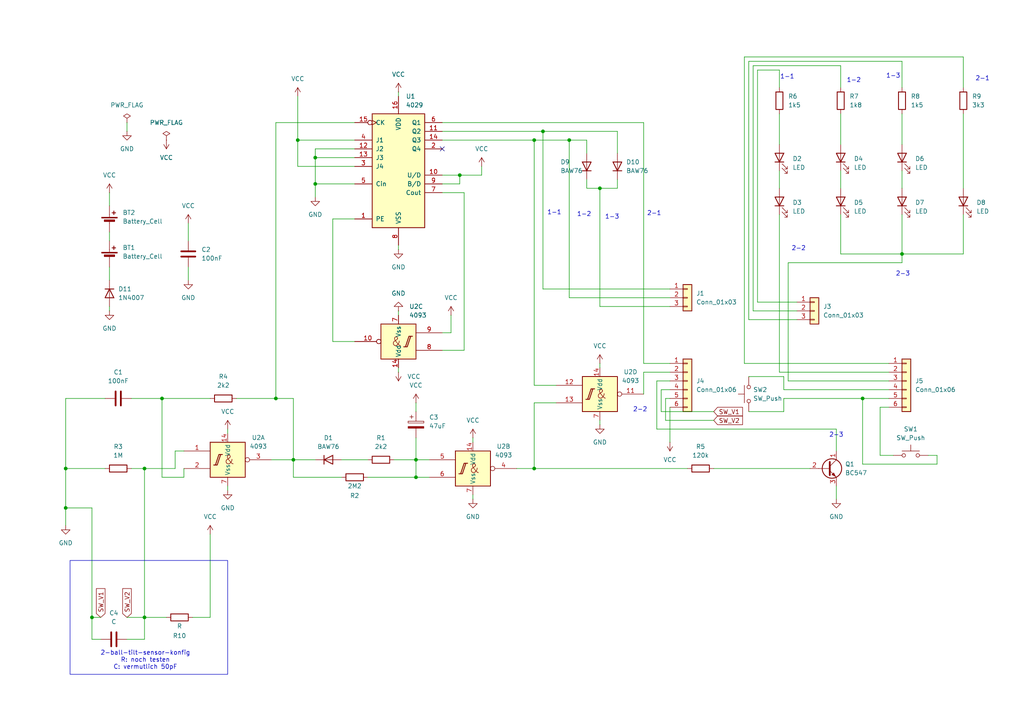
<source format=kicad_sch>
(kicad_sch (version 20250114) (generator "eeschema") (generator_version "9.0")
  (paper "A4")
  (lib_symbols
    (symbol "4xxx:4029" (pin_names (offset 1.016))
      (property "Reference" "U" (at -7.62 16.51 0))
      (property "Value" "4029" (at -7.62 -19.05 0))
      (symbol "4029_1_0"
        (pin input inverted_clock (at -12.7 12.7 0) (length 5.08) (name "CK") (number "15"))
        (pin input line (at -12.7 7.62 0) (length 5.08) (name "J1") (number "4"))
        (pin input line (at -12.7 5.08 0) (length 5.08) (name "J2") (number "12"))
        (pin input line (at -12.7 2.54 0) (length 5.08) (name "J3") (number "13"))
        (pin input line (at -12.7 0 0) (length 5.08) (name "J4") (number "3"))
        (pin input line (at -12.7 -5.08 0) (length 5.08) (name "Cin") (number "5"))
        (pin input line (at -12.7 -15.24 0) (length 5.08) (name "PE") (number "1"))
        (pin power_in line (at 0 20.32 270) (length 5.08) (name "VDD") (number "16"))
        (pin power_in line (at 0 -22.86 90) (length 5.08) (name "VSS") (number "8"))
        (pin output line (at 12.7 12.7 180) (length 5.08) (name "Q1") (number "6"))
        (pin output line (at 12.7 10.16 180) (length 5.08) (name "Q2") (number "11"))
        (pin output line (at 12.7 7.62 180) (length 5.08) (name "Q3") (number "14"))
        (pin output line (at 12.7 5.08 180) (length 5.08) (name "Q4") (number "2"))
        (pin input line (at 12.7 -2.54 180) (length 5.08) (name "U/D") (number "10"))
        (pin input line (at 12.7 -5.08 180) (length 5.08) (name "B/D") (number "9"))
        (pin output line (at 12.7 -7.62 180) (length 5.08) (name "Cout") (number "7"))
      )
      (symbol "4029_1_1"
        (rectangle (start -7.62 15.24) (end 7.62 -17.78) (stroke (width 0.254)) (fill (type background)))
      )
    )
    (symbol "4xxx_IEEE:4093"
      (property "Reference" "U" (at 3.81 6.35 0))
      (property "Value" "4093" (at 5.08 -6.35 0))
      (symbol "4093_0_0"
        (rectangle (start -5.08 5.08) (end 5.08 -5.08) (stroke (width 0.254)) (fill (type background)))
        (polyline (pts (xy -4.064 -1.524) (xy -3.048 -1.524) (xy -2.032 1.524) (xy -1.524 1.524) (xy -2.54 1.524) (xy -3.556 -1.524) (xy -3.556 -1.524)) (stroke (width 0.254)) (fill (type background)))
        (text "&" (at 0.508 0 0) (effects (font (size 2.54 2.54))))
        (pin power_in line (at 0 7.62 270) (length 2.54) (name "Vdd") (number "14"))
        (pin power_in line (at 0 -7.62 90) (length 2.54) (name "Vss") (number "7"))
      )
      (symbol "4093_1_1"
        (pin input line (at -12.7 2.54 0) (length 7.62) (name "~") (number "1"))
        (pin input line (at -12.7 -2.54 0) (length 7.62) (name "~") (number "2"))
        (pin output inverted (at 12.7 0 180) (length 7.62) (name "~") (number "3"))
      )
      (symbol "4093_2_1"
        (pin input line (at -12.7 2.54 0) (length 7.62) (name "~") (number "5"))
        (pin input line (at -12.7 -2.54 0) (length 7.62) (name "~") (number "6"))
        (pin output inverted (at 12.7 0 180) (length 7.62) (name "~") (number "4"))
      )
      (symbol "4093_3_1"
        (pin input line (at -12.7 2.54 0) (length 7.62) (name "~") (number "8"))
        (pin input line (at -12.7 -2.54 0) (length 7.62) (name "~") (number "9"))
        (pin output inverted (at 12.7 0 180) (length 7.62) (name "~") (number "10"))
      )
      (symbol "4093_4_1"
        (pin input line (at -12.7 2.54 0) (length 7.62) (name "~") (number "12"))
        (pin input line (at -12.7 -2.54 0) (length 7.62) (name "~") (number "13"))
        (pin output inverted (at 12.7 0 180) (length 7.62) (name "~") (number "11"))
      )
    )
    (symbol "Connector_Generic:Conn_01x03" (pin_names (offset 1.016) (hide yes))
      (property "Reference" "J" (at 0 5.08 0))
      (property "Value" "Conn_01x03" (at 0 -5.08 0))
      (symbol "Conn_01x03_1_1"
        (rectangle (start -1.27 3.81) (end 1.27 -3.81) (stroke (width 0.254)) (fill (type background)))
        (rectangle (start -1.27 2.667) (end 0 2.413) (stroke (width 0.1524)))
        (rectangle (start -1.27 0.127) (end 0 -0.127) (stroke (width 0.1524)))
        (rectangle (start -1.27 -2.413) (end 0 -2.667) (stroke (width 0.1524)))
        (pin passive line (at -5.08 2.54 0) (length 3.81) (name "Pin_1") (number "1"))
        (pin passive line (at -5.08 0 0) (length 3.81) (name "Pin_2") (number "2"))
        (pin passive line (at -5.08 -2.54 0) (length 3.81) (name "Pin_3") (number "3"))
      )
    )
    (symbol "Connector_Generic:Conn_01x06" (pin_names (offset 1.016) (hide yes))
      (property "Reference" "J" (at 0 7.62 0))
      (property "Value" "Conn_01x06" (at 0 -10.16 0))
      (symbol "Conn_01x06_1_1"
        (rectangle (start -1.27 6.35) (end 1.27 -8.89) (stroke (width 0.254)) (fill (type background)))
        (rectangle (start -1.27 5.207) (end 0 4.953) (stroke (width 0.1524)))
        (rectangle (start -1.27 2.667) (end 0 2.413) (stroke (width 0.1524)))
        (rectangle (start -1.27 0.127) (end 0 -0.127) (stroke (width 0.1524)))
        (rectangle (start -1.27 -2.413) (end 0 -2.667) (stroke (width 0.1524)))
        (rectangle (start -1.27 -4.953) (end 0 -5.207) (stroke (width 0.1524)))
        (rectangle (start -1.27 -7.493) (end 0 -7.747) (stroke (width 0.1524)))
        (pin passive line (at -5.08 5.08 0) (length 3.81) (name "Pin_1") (number "1"))
        (pin passive line (at -5.08 2.54 0) (length 3.81) (name "Pin_2") (number "2"))
        (pin passive line (at -5.08 0 0) (length 3.81) (name "Pin_3") (number "3"))
        (pin passive line (at -5.08 -2.54 0) (length 3.81) (name "Pin_4") (number "4"))
        (pin passive line (at -5.08 -5.08 0) (length 3.81) (name "Pin_5") (number "5"))
        (pin passive line (at -5.08 -7.62 0) (length 3.81) (name "Pin_6") (number "6"))
      )
    )
    (symbol "Device:Battery_Cell" (pin_numbers (hide yes)) (pin_names (offset 0) (hide yes))
      (property "Reference" "BT" (at 2.54 2.54 0))
      (property "Value" "Battery_Cell" (at 2.54 0 0))
      (symbol "Battery_Cell_0_1"
        (rectangle (start -2.286 1.778) (end 2.286 1.524) (fill (type outline)))
        (rectangle (start -1.524 1.016) (end 1.524 0.508) (fill (type outline)))
        (polyline (pts (xy 0 1.778) (xy 0 2.54)))
        (polyline (pts (xy 0 0.762) (xy 0 0)))
        (polyline (pts (xy 0.762 3.048) (xy 1.778 3.048)) (stroke (width 0.254)))
        (polyline (pts (xy 1.27 3.556) (xy 1.27 2.54)) (stroke (width 0.254)))
      )
      (symbol "Battery_Cell_1_1"
        (pin passive line (at 0 5.08 270) (length 2.54) (name "+") (number "1"))
        (pin passive line (at 0 -2.54 90) (length 2.54) (name "-") (number "2"))
      )
    )
    (symbol "Device:C" (pin_numbers (hide yes)) (pin_names (offset 0.254))
      (property "Reference" "C" (at 0.635 2.54 0))
      (property "Value" "C" (at 0.635 -2.54 0))
      (symbol "C_0_1"
        (polyline (pts (xy -2.032 0.762) (xy 2.032 0.762)) (stroke (width 0.508)))
        (polyline (pts (xy -2.032 -0.762) (xy 2.032 -0.762)) (stroke (width 0.508)))
      )
      (symbol "C_1_1"
        (pin passive line (at 0 3.81 270) (length 2.794) (name "~") (number "1"))
        (pin passive line (at 0 -3.81 90) (length 2.794) (name "~") (number "2"))
      )
    )
    (symbol "Device:C_Polarized" (pin_numbers (hide yes)) (pin_names (offset 0.254))
      (property "Reference" "C" (at 0.635 2.54 0))
      (property "Value" "C_Polarized" (at 0.635 -2.54 0))
      (symbol "C_Polarized_0_1"
        (rectangle (start -2.286 0.508) (end 2.286 1.016))
        (polyline (pts (xy -1.778 2.286) (xy -0.762 2.286)))
        (polyline (pts (xy -1.27 2.794) (xy -1.27 1.778)))
        (rectangle (start 2.286 -0.508) (end -2.286 -1.016) (fill (type outline)))
      )
      (symbol "C_Polarized_1_1"
        (pin passive line (at 0 3.81 270) (length 2.794) (name "~") (number "1"))
        (pin passive line (at 0 -3.81 90) (length 2.794) (name "~") (number "2"))
      )
    )
    (symbol "Device:LED" (pin_numbers (hide yes)) (pin_names (offset 1.016) (hide yes))
      (property "Reference" "D" (at 0 2.54 0))
      (property "Value" "LED" (at 0 -2.54 0))
      (symbol "LED_0_1"
        (polyline (pts (xy -3.048 -0.762) (xy -4.572 -2.286) (xy -3.81 -2.286) (xy -4.572 -2.286) (xy -4.572 -1.524)))
        (polyline (pts (xy -1.778 -0.762) (xy -3.302 -2.286) (xy -2.54 -2.286) (xy -3.302 -2.286) (xy -3.302 -1.524)))
        (polyline (pts (xy -1.27 0) (xy 1.27 0)))
        (polyline (pts (xy -1.27 -1.27) (xy -1.27 1.27)) (stroke (width 0.254)))
        (polyline (pts (xy 1.27 -1.27) (xy 1.27 1.27) (xy -1.27 0) (xy 1.27 -1.27)) (stroke (width 0.254)))
      )
      (symbol "LED_1_1"
        (pin passive line (at -3.81 0 0) (length 2.54) (name "K") (number "1"))
        (pin passive line (at 3.81 0 180) (length 2.54) (name "A") (number "2"))
      )
    )
    (symbol "Device:R" (pin_numbers (hide yes)) (pin_names (offset 0))
      (property "Reference" "R" (at 2.032 0 90))
      (property "Value" "R" (at 0 0 90))
      (symbol "R_0_1"
        (rectangle (start -1.016 -2.54) (end 1.016 2.54) (stroke (width 0.254)))
      )
      (symbol "R_1_1"
        (pin passive line (at 0 3.81 270) (length 1.27) (name "~") (number "1"))
        (pin passive line (at 0 -3.81 90) (length 1.27) (name "~") (number "2"))
      )
    )
    (symbol "Diode:1N4007" (pin_numbers (hide yes)) (pin_names (hide yes))
      (property "Reference" "D" (at 0 2.54 0))
      (property "Value" "1N4007" (at 0 -2.54 0))
      (symbol "1N4007_0_1"
        (polyline (pts (xy -1.27 1.27) (xy -1.27 -1.27)) (stroke (width 0.254)))
        (polyline (pts (xy 1.27 1.27) (xy 1.27 -1.27) (xy -1.27 0) (xy 1.27 1.27)) (stroke (width 0.254)))
        (polyline (pts (xy 1.27 0) (xy -1.27 0)))
      )
      (symbol "1N4007_1_1"
        (pin passive line (at -3.81 0 0) (length 2.54) (name "K") (number "1"))
        (pin passive line (at 3.81 0 180) (length 2.54) (name "A") (number "2"))
      )
    )
    (symbol "Diode:BAW76" (pin_numbers (hide yes)) (pin_names (hide yes))
      (property "Reference" "D" (at 0 2.54 0))
      (property "Value" "BAW76" (at 0 -2.54 0))
      (symbol "BAW76_0_1"
        (polyline (pts (xy -1.27 1.27) (xy -1.27 -1.27)) (stroke (width 0.254)))
        (polyline (pts (xy 1.27 1.27) (xy 1.27 -1.27) (xy -1.27 0) (xy 1.27 1.27)) (stroke (width 0.254)))
        (polyline (pts (xy 1.27 0) (xy -1.27 0)))
      )
      (symbol "BAW76_1_1"
        (pin passive line (at -3.81 0 0) (length 2.54) (name "K") (number "1"))
        (pin passive line (at 3.81 0 180) (length 2.54) (name "A") (number "2"))
      )
    )
    (symbol "Switch:SW_Push" (pin_numbers (hide yes)) (pin_names (offset 1.016) (hide yes))
      (property "Reference" "SW" (at 1.27 2.54 0))
      (property "Value" "SW_Push" (at 0 -1.524 0))
      (symbol "SW_Push_0_1"
        (circle (center -2.032 0) (radius 0.508))
        (polyline (pts (xy 0 1.27) (xy 0 3.048)))
        (circle (center 2.032 0) (radius 0.508))
        (polyline (pts (xy 2.54 1.27) (xy -2.54 1.27)))
        (pin passive line (at -5.08 0 0) (length 2.54) (name "1") (number "1"))
        (pin passive line (at 5.08 0 180) (length 2.54) (name "2") (number "2"))
      )
    )
    (symbol "Transistor_BJT:BC547" (pin_names (offset 0) (hide yes))
      (property "Reference" "Q" (at 5.08 1.905 0))
      (property "Value" "BC547" (at 5.08 0 0))
      (symbol "BC547_0_1"
        (polyline (pts (xy -2.54 0) (xy 0.635 0)))
        (polyline (pts (xy 0.635 1.905) (xy 0.635 -1.905)) (stroke (width 0.508)))
        (circle (center 1.27 0) (radius 2.8194) (stroke (width 0.254)))
      )
      (symbol "BC547_1_1"
        (polyline (pts (xy 0.635 0.635) (xy 2.54 2.54)))
        (polyline (pts (xy 0.635 -0.635) (xy 2.54 -2.54)))
        (polyline (pts (xy 1.27 -1.778) (xy 1.778 -1.27) (xy 2.286 -2.286) (xy 1.27 -1.778)) (fill (type outline)))
        (pin input line (at -5.08 0 0) (length 2.54) (name "B") (number "2"))
        (pin passive line (at 2.54 5.08 270) (length 2.54) (name "C") (number "1"))
        (pin passive line (at 2.54 -5.08 90) (length 2.54) (name "E") (number "3"))
      )
    )
    (symbol "power:GND" (power) (pin_numbers (hide yes)) (pin_names (offset 0) (hide yes))
      (property "Value" "GND" (at 0 -3.81 0))
      (symbol "GND_0_1"
        (polyline (pts (xy 0 0) (xy 0 -1.27) (xy 1.27 -1.27) (xy 0 -2.54) (xy -1.27 -1.27) (xy 0 -1.27)))
      )
      (symbol "GND_1_1"
        (pin power_in line (at 0 0 270) (length 0) (name "~") (number "1"))
      )
    )
    (symbol "power:PWR_FLAG" (power) (pin_numbers (hide yes)) (pin_names (offset 0) (hide yes))
      (property "Value" "PWR_FLAG" (at 0 3.81 0))
      (symbol "PWR_FLAG_0_0"
        (pin power_out line (at 0 0 90) (length 0) (name "~") (number "1"))
      )
      (symbol "PWR_FLAG_0_1"
        (polyline (pts (xy 0 0) (xy 0 1.27) (xy -1.016 1.905) (xy 0 2.54) (xy 1.016 1.905) (xy 0 1.27)))
      )
    )
    (symbol "power:VCC" (power) (pin_numbers (hide yes)) (pin_names (offset 0) (hide yes))
      (property "Value" "VCC" (at 0 3.556 0))
      (symbol "VCC_0_1"
        (polyline (pts (xy -0.762 1.27) (xy 0 2.54)))
        (polyline (pts (xy 0 2.54) (xy 0.762 1.27)))
        (polyline (pts (xy 0 0) (xy 0 2.54)))
      )
      (symbol "VCC_1_1"
        (pin power_in line (at 0 0 90) (length 0) (name "~") (number "1"))
      )
    )
  )
  (rectangle (start 20.32 162.56) (end 66.04 195.58))
  (text "1-1" (at 228.346 22.352 0) (effects (font (size 1.27 1.27))))
  (text "2-1" (at 284.988 22.86 0) (effects (font (size 1.27 1.27))))
  (text "2-2" (at 185.674 118.872 0) (effects (font (size 1.27 1.27))))
  (text "1-3" (at 177.546 62.992 0) (effects (font (size 1.27 1.27))))
  (text "2-ball-tilt-sensor-konfig\nR: noch testen\nC: vermutlich 50pF" (at 42.164 191.516 0) (effects (font (size 1.27 1.27))))
  (text "1-2" (at 169.418 62.23 0) (effects (font (size 1.27 1.27))))
  (text "2-1" (at 189.738 61.976 0) (effects (font (size 1.27 1.27))))
  (text "1-1" (at 160.782 61.722 0) (effects (font (size 1.27 1.27))))
  (text "1-2" (at 247.65 23.368 0) (effects (font (size 1.27 1.27))))
  (text "2-3" (at 261.874 79.502 0) (effects (font (size 1.27 1.27))))
  (text "2-2" (at 231.648 72.136 0) (effects (font (size 1.27 1.27))))
  (text "2-3" (at 242.57 126.238 0) (effects (font (size 1.27 1.27))))
  (text "1-3" (at 259.08 22.098 0) (effects (font (size 1.27 1.27))))
  (junction (at 91.44 45.72))
  (junction (at 46.99 115.57))
  (junction (at 26.67 179.07))
  (junction (at 19.05 147.32))
  (junction (at 91.44 53.34))
  (junction (at 165.1 40.64))
  (junction (at 85.09 133.35))
  (junction (at 41.91 179.07))
  (junction (at 261.62 73.66))
  (junction (at 120.65 133.35))
  (junction (at 154.94 135.89))
  (junction (at 173.99 54.61))
  (junction (at 133.35 50.8))
  (junction (at 120.65 138.43))
  (junction (at 86.36 40.64))
  (junction (at 19.05 135.89))
  (junction (at 154.94 40.64))
  (junction (at 41.91 135.89))
  (junction (at 250.19 115.57))
  (junction (at 80.01 115.57))
  (junction (at 157.48 38.1))
  (no_connect (at 128.27 43.18))
  (wire (pts (xy 128.27 35.56) (xy 186.69 35.56)))
  (wire (pts (xy 26.67 179.07) (xy 26.67 185.42)))
  (wire (pts (xy 219.71 20.32) (xy 219.71 87.63)))
  (wire (pts (xy 194.31 118.11) (xy 194.31 128.27)))
  (wire (pts (xy 279.4 73.66) (xy 261.62 73.66)))
  (wire (pts (xy 134.62 55.88) (xy 134.62 101.6)))
  (wire (pts (xy 26.67 147.32) (xy 26.67 179.07)))
  (wire (pts (xy 271.78 134.62) (xy 271.78 132.08)))
  (wire (pts (xy 120.65 116.84) (xy 120.65 119.38)))
  (wire (pts (xy 219.71 87.63) (xy 231.14 87.63)))
  (wire (pts (xy 50.8 130.81) (xy 53.34 130.81)))
  (wire (pts (xy 243.84 25.4) (xy 243.84 19.05)))
  (wire (pts (xy 68.58 115.57) (xy 80.01 115.57)))
  (wire (pts (xy 279.4 62.23) (xy 279.4 73.66)))
  (wire (pts (xy 173.99 54.61) (xy 173.99 88.9)))
  (wire (pts (xy 173.99 54.61) (xy 179.07 54.61)))
  (wire (pts (xy 41.91 185.42) (xy 41.91 179.07)))
  (wire (pts (xy 29.21 185.42) (xy 26.67 185.42)))
  (wire (pts (xy 243.84 19.05) (xy 218.44 19.05)))
  (wire (pts (xy 154.94 116.84) (xy 154.94 135.89)))
  (wire (pts (xy 165.1 40.64) (xy 170.18 40.64)))
  (wire (pts (xy 91.44 53.34) (xy 91.44 57.15)))
  (wire (pts (xy 194.31 105.41) (xy 186.69 105.41)))
  (wire (pts (xy 242.57 124.46) (xy 190.5 124.46)))
  (wire (pts (xy 120.65 138.43) (xy 124.46 138.43)))
  (wire (pts (xy 19.05 135.89) (xy 30.48 135.89)))
  (wire (pts (xy 193.04 115.57) (xy 194.31 115.57)))
  (wire (pts (xy 26.67 147.32) (xy 19.05 147.32)))
  (wire (pts (xy 128.27 55.88) (xy 134.62 55.88)))
  (wire (pts (xy 227.33 115.57) (xy 250.19 115.57)))
  (wire (pts (xy 133.35 53.34) (xy 133.35 50.8)))
  (wire (pts (xy 226.06 33.02) (xy 226.06 41.91)))
  (wire (pts (xy 96.52 99.06) (xy 96.52 63.5)))
  (wire (pts (xy 96.52 63.5) (xy 102.87 63.5)))
  (wire (pts (xy 179.07 54.61) (xy 179.07 52.07)))
  (wire (pts (xy 227.33 119.38) (xy 217.17 119.38)))
  (wire (pts (xy 78.74 133.35) (xy 85.09 133.35)))
  (wire (pts (xy 261.62 33.02) (xy 261.62 41.91)))
  (wire (pts (xy 80.01 35.56) (xy 102.87 35.56)))
  (wire (pts (xy 261.62 17.78) (xy 217.17 17.78)))
  (wire (pts (xy 207.01 121.92) (xy 193.04 121.92)))
  (wire (pts (xy 91.44 43.18) (xy 102.87 43.18)))
  (wire (pts (xy 242.57 130.81) (xy 242.57 124.46)))
  (wire (pts (xy 38.1 115.57) (xy 46.99 115.57)))
  (wire (pts (xy 46.99 115.57) (xy 46.99 138.43)))
  (wire (pts (xy 154.94 135.89) (xy 199.39 135.89)))
  (wire (pts (xy 228.6 110.49) (xy 257.81 110.49)))
  (wire (pts (xy 36.83 185.42) (xy 41.91 185.42)))
  (wire (pts (xy 279.4 16.51) (xy 215.9 16.51)))
  (wire (pts (xy 31.75 77.47) (xy 31.75 81.28)))
  (wire (pts (xy 170.18 52.07) (xy 170.18 54.61)))
  (wire (pts (xy 55.88 179.07) (xy 60.96 179.07)))
  (wire (pts (xy 279.4 33.02) (xy 279.4 54.61)))
  (wire (pts (xy 19.05 152.4) (xy 19.05 147.32)))
  (wire (pts (xy 139.7 50.8) (xy 139.7 48.26)))
  (wire (pts (xy 157.48 83.82) (xy 194.31 83.82)))
  (wire (pts (xy 91.44 53.34) (xy 102.87 53.34)))
  (wire (pts (xy 115.57 26.67) (xy 115.57 27.94)))
  (wire (pts (xy 226.06 49.53) (xy 226.06 54.61)))
  (wire (pts (xy 261.62 76.2) (xy 228.6 76.2)))
  (wire (pts (xy 102.87 99.06) (xy 96.52 99.06)))
  (wire (pts (xy 128.27 50.8) (xy 133.35 50.8)))
  (wire (pts (xy 227.33 115.57) (xy 227.33 119.38)))
  (wire (pts (xy 31.75 88.9) (xy 31.75 90.17)))
  (wire (pts (xy 215.9 105.41) (xy 257.81 105.41)))
  (wire (pts (xy 218.44 90.17) (xy 231.14 90.17)))
  (wire (pts (xy 137.16 143.51) (xy 137.16 144.78)))
  (wire (pts (xy 41.91 179.07) (xy 36.83 179.07)))
  (wire (pts (xy 157.48 38.1) (xy 157.48 83.82)))
  (wire (pts (xy 257.81 118.11) (xy 255.27 118.11)))
  (wire (pts (xy 120.65 133.35) (xy 124.46 133.35)))
  (wire (pts (xy 19.05 147.32) (xy 19.05 135.89)))
  (wire (pts (xy 215.9 16.51) (xy 215.9 105.41)))
  (wire (pts (xy 191.77 113.03) (xy 194.31 113.03)))
  (wire (pts (xy 133.35 50.8) (xy 139.7 50.8)))
  (wire (pts (xy 149.86 135.89) (xy 154.94 135.89)))
  (wire (pts (xy 255.27 118.11) (xy 255.27 132.08)))
  (wire (pts (xy 120.65 133.35) (xy 120.65 127)))
  (wire (pts (xy 271.78 132.08) (xy 269.24 132.08)))
  (wire (pts (xy 186.69 35.56) (xy 186.69 105.41)))
  (wire (pts (xy 114.3 133.35) (xy 120.65 133.35)))
  (wire (pts (xy 66.04 140.97) (xy 66.04 142.24)))
  (wire (pts (xy 226.06 20.32) (xy 219.71 20.32)))
  (wire (pts (xy 85.09 115.57) (xy 80.01 115.57)))
  (wire (pts (xy 102.87 48.26) (xy 86.36 48.26)))
  (wire (pts (xy 186.69 114.3) (xy 186.69 107.95)))
  (wire (pts (xy 226.06 62.23) (xy 226.06 107.95)))
  (wire (pts (xy 91.44 45.72) (xy 102.87 45.72)))
  (wire (pts (xy 217.17 17.78) (xy 217.17 92.71)))
  (wire (pts (xy 19.05 115.57) (xy 19.05 135.89)))
  (wire (pts (xy 53.34 138.43) (xy 46.99 138.43)))
  (wire (pts (xy 50.8 135.89) (xy 50.8 130.81)))
  (wire (pts (xy 80.01 115.57) (xy 80.01 35.56)))
  (wire (pts (xy 186.69 107.95) (xy 194.31 107.95)))
  (wire (pts (xy 173.99 105.41) (xy 173.99 106.68)))
  (wire (pts (xy 226.06 107.95) (xy 257.81 107.95)))
  (wire (pts (xy 41.91 179.07) (xy 48.26 179.07)))
  (wire (pts (xy 161.29 116.84) (xy 154.94 116.84)))
  (wire (pts (xy 99.06 138.43) (xy 85.09 138.43)))
  (wire (pts (xy 41.91 135.89) (xy 41.91 179.07)))
  (wire (pts (xy 31.75 67.31) (xy 31.75 69.85)))
  (wire (pts (xy 99.06 133.35) (xy 106.68 133.35)))
  (wire (pts (xy 36.83 35.56) (xy 36.83 38.1)))
  (wire (pts (xy 243.84 49.53) (xy 243.84 54.61)))
  (wire (pts (xy 106.68 138.43) (xy 120.65 138.43)))
  (wire (pts (xy 85.09 138.43) (xy 85.09 133.35)))
  (wire (pts (xy 128.27 38.1) (xy 157.48 38.1)))
  (wire (pts (xy 30.48 115.57) (xy 19.05 115.57)))
  (wire (pts (xy 86.36 40.64) (xy 86.36 27.94)))
  (wire (pts (xy 46.99 115.57) (xy 60.96 115.57)))
  (wire (pts (xy 128.27 53.34) (xy 133.35 53.34)))
  (wire (pts (xy 228.6 76.2) (xy 228.6 110.49)))
  (wire (pts (xy 115.57 71.12) (xy 115.57 72.39)))
  (wire (pts (xy 207.01 119.38) (xy 191.77 119.38)))
  (wire (pts (xy 54.61 77.47) (xy 54.61 81.28)))
  (wire (pts (xy 38.1 135.89) (xy 41.91 135.89)))
  (wire (pts (xy 91.44 43.18) (xy 91.44 45.72)))
  (wire (pts (xy 128.27 96.52) (xy 130.81 96.52)))
  (wire (pts (xy 115.57 90.17) (xy 115.57 91.44)))
  (wire (pts (xy 250.19 115.57) (xy 250.19 134.62)))
  (wire (pts (xy 165.1 86.36) (xy 194.31 86.36)))
  (wire (pts (xy 157.48 38.1) (xy 179.07 38.1)))
  (wire (pts (xy 193.04 121.92) (xy 193.04 115.57)))
  (wire (pts (xy 26.67 179.07) (xy 29.21 179.07)))
  (wire (pts (xy 217.17 92.71) (xy 231.14 92.71)))
  (wire (pts (xy 190.5 124.46) (xy 190.5 110.49)))
  (wire (pts (xy 66.04 124.46) (xy 66.04 125.73)))
  (wire (pts (xy 170.18 40.64) (xy 170.18 44.45)))
  (wire (pts (xy 243.84 73.66) (xy 243.84 62.23)))
  (wire (pts (xy 91.44 45.72) (xy 91.44 53.34)))
  (wire (pts (xy 173.99 88.9) (xy 194.31 88.9)))
  (wire (pts (xy 255.27 132.08) (xy 259.08 132.08)))
  (wire (pts (xy 250.19 115.57) (xy 257.81 115.57)))
  (wire (pts (xy 41.91 135.89) (xy 50.8 135.89)))
  (wire (pts (xy 190.5 110.49) (xy 194.31 110.49)))
  (wire (pts (xy 54.61 64.77) (xy 54.61 69.85)))
  (wire (pts (xy 191.77 119.38) (xy 191.77 113.03)))
  (wire (pts (xy 60.96 154.94) (xy 60.96 179.07)))
  (wire (pts (xy 179.07 38.1) (xy 179.07 44.45)))
  (wire (pts (xy 261.62 73.66) (xy 261.62 76.2)))
  (wire (pts (xy 102.87 40.64) (xy 86.36 40.64)))
  (wire (pts (xy 85.09 133.35) (xy 85.09 115.57)))
  (wire (pts (xy 242.57 140.97) (xy 242.57 144.78)))
  (wire (pts (xy 279.4 25.4) (xy 279.4 16.51)))
  (wire (pts (xy 130.81 96.52) (xy 130.81 91.44)))
  (wire (pts (xy 218.44 19.05) (xy 218.44 90.17)))
  (wire (pts (xy 261.62 73.66) (xy 261.62 62.23)))
  (wire (pts (xy 243.84 33.02) (xy 243.84 41.91)))
  (wire (pts (xy 86.36 48.26) (xy 86.36 40.64)))
  (wire (pts (xy 250.19 134.62) (xy 271.78 134.62)))
  (wire (pts (xy 261.62 73.66) (xy 243.84 73.66)))
  (wire (pts (xy 207.01 135.89) (xy 234.95 135.89)))
  (wire (pts (xy 226.06 25.4) (xy 226.06 20.32)))
  (wire (pts (xy 217.17 109.22) (xy 227.33 109.22)))
  (wire (pts (xy 165.1 40.64) (xy 165.1 86.36)))
  (wire (pts (xy 261.62 25.4) (xy 261.62 17.78)))
  (wire (pts (xy 154.94 40.64) (xy 165.1 40.64)))
  (wire (pts (xy 115.57 106.68) (xy 115.57 107.95)))
  (wire (pts (xy 261.62 49.53) (xy 261.62 54.61)))
  (wire (pts (xy 173.99 121.92) (xy 173.99 123.19)))
  (wire (pts (xy 53.34 135.89) (xy 53.34 138.43)))
  (wire (pts (xy 137.16 127) (xy 137.16 128.27)))
  (wire (pts (xy 227.33 113.03) (xy 257.81 113.03)))
  (wire (pts (xy 154.94 111.76) (xy 154.94 40.64)))
  (wire (pts (xy 85.09 133.35) (xy 91.44 133.35)))
  (wire (pts (xy 134.62 101.6) (xy 128.27 101.6)))
  (wire (pts (xy 227.33 109.22) (xy 227.33 113.03)))
  (wire (pts (xy 173.99 54.61) (xy 170.18 54.61)))
  (wire (pts (xy 161.29 111.76) (xy 154.94 111.76)))
  (wire (pts (xy 31.75 55.88) (xy 31.75 59.69)))
  (wire (pts (xy 128.27 40.64) (xy 154.94 40.64)))
  (wire (pts (xy 120.65 138.43) (xy 120.65 133.35)))
  (global_label "SW_V2" (shape input) (at 36.83 179.07 90) (property "Intersheetrefs" "${INTERSHEET_REFS}" (effects (hide yes))))
  (global_label "SW_V1" (shape input) (at 207.01 119.38 0) (property "Intersheetrefs" "${INTERSHEET_REFS}" (effects (hide yes))))
  (global_label "SW_V1" (shape input) (at 29.21 179.07 90) (property "Intersheetrefs" "${INTERSHEET_REFS}" (effects (hide yes))))
  (global_label "SW_V2" (shape input) (at 207.01 121.92 0) (property "Intersheetrefs" "${INTERSHEET_REFS}" (effects (hide yes))))
  (symbol (lib_id "Device:LED") (at 261.62 45.72 90) (unit 1)
    (property "Reference" "D6" (at 265.43 46.0374 90) (effects (justify right)))
    (property "Value" "LED" (at 265.43 48.5774 90) (effects (justify right)))
    (property "Footprint" "LED_THT:LED_D5.0mm" (effects (hide yes)))
    (property "Description" "Light emitting diode" (effects (hide yes)))
    (property "Sim.Pins" "1=K 2=A" (effects (hide yes)))
  )
  (symbol (lib_id "power:VCC") (at 115.57 26.67 0) (unit 1)
    (property "Reference" "#PWR012" (effects (hide yes)))
    (property "Value" "VCC" (at 115.57 21.59 0))
    (property "Description" "Power symbol creates a global label with name \"VCC\"" (effects (hide yes)))
  )
  (symbol (lib_id "power:VCC") (at 130.81 91.44 0) (unit 1)
    (property "Reference" "#PWR014" (effects (hide yes)))
    (property "Value" "VCC" (at 130.81 86.36 0))
    (property "Description" "Power symbol creates a global label with name \"VCC\"" (effects (hide yes)))
  )
  (symbol (lib_id "power:VCC") (at 173.99 105.41 0) (unit 1)
    (property "Reference" "#PWR05" (effects (hide yes)))
    (property "Value" "VCC" (at 173.99 100.33 0))
    (property "Description" "Power symbol creates a global label with name \"VCC\"" (effects (hide yes)))
  )
  (symbol (lib_id "Device:LED") (at 243.84 58.42 90) (unit 1)
    (property "Reference" "D5" (at 247.65 58.7374 90) (effects (justify right)))
    (property "Value" "LED" (at 247.65 61.2774 90) (effects (justify right)))
    (property "Footprint" "LED_THT:LED_D5.0mm" (effects (hide yes)))
    (property "Description" "Light emitting diode" (effects (hide yes)))
    (property "Sim.Pins" "1=K 2=A" (effects (hide yes)))
  )
  (symbol (lib_id "power:VCC") (at 54.61 64.77 0) (unit 1)
    (property "Reference" "#PWR019" (effects (hide yes)))
    (property "Value" "VCC" (at 54.61 59.69 0))
    (property "Description" "Power symbol creates a global label with name \"VCC\"" (effects (hide yes)))
  )
  (symbol (lib_id "power:VCC") (at 194.31 128.27 180) (unit 1)
    (property "Reference" "#PWR025" (effects (hide yes)))
    (property "Value" "VCC" (at 194.31 133.35 0))
    (property "Description" "Power symbol creates a global label with name \"VCC\"" (effects (hide yes)))
  )
  (symbol (lib_id "Transistor_BJT:BC547") (at 240.03 135.89 0) (unit 1)
    (property "Reference" "Q1" (at 245.11 134.6199 0) (effects (justify left)))
    (property "Value" "BC547" (at 245.11 137.1599 0) (effects (justify left)))
    (property "Footprint" "Package_TO_SOT_THT:TO-92_HandSolder" (effects (hide yes)))
    (property "Datasheet" "https://www.onsemi.com/pub/Collateral/BC550-D.pdf" (effects (hide yes)))
    (property "Description" "0.1A Ic, 45V Vce, Small Signal NPN Transistor, TO-92" (effects (hide yes)))
  )
  (symbol (lib_id "Device:R") (at 102.87 138.43 90) (unit 1)
    (property "Reference" "R2" (at 102.87 143.764 90))
    (property "Value" "2M2" (at 102.87 140.97 90))
    (property "Footprint" "blinkyparts:R_Axial_DIN0207_L6.3mm_D2.5mm_P7.62mm_Horizontal_handsoldering" (effects (hide yes)))
    (property "Description" "Resistor" (effects (hide yes)))
  )
  (symbol (lib_id "Device:R") (at 226.06 29.21 180) (unit 1)
    (property "Reference" "R6" (at 228.6 27.9399 0) (effects (justify right)))
    (property "Value" "1k5" (at 228.6 30.4799 0) (effects (justify right)))
    (property "Footprint" "blinkyparts:R_Axial_DIN0207_L6.3mm_D2.5mm_P7.62mm_Horizontal_handsoldering" (effects (hide yes)))
    (property "Description" "Resistor" (effects (hide yes)))
  )
  (symbol (lib_id "Diode:BAW76") (at 95.25 133.35 0) (unit 1)
    (property "Reference" "D1" (at 95.25 127 0))
    (property "Value" "BAW76" (at 95.25 129.54 0))
    (property "Footprint" "Diode_THT:D_DO-35_SOD27_P7.62mm_Horizontal" (effects (hide yes)))
    (property "Datasheet" "http://www.vishay.com/docs/85551/baw76.pdf" (effects (hide yes)))
    (property "Description" "50V 0.3A Small Signal Fast Switching Diode, DO-35" (effects (hide yes)))
    (property "Sim.Device" "D" (effects (hide yes)))
    (property "Sim.Pins" "1=K 2=A" (effects (hide yes)))
  )
  (symbol (lib_id "power:VCC") (at 139.7 48.26 0) (unit 1)
    (property "Reference" "#PWR016" (effects (hide yes)))
    (property "Value" "VCC" (at 139.7 43.18 0))
    (property "Description" "Power symbol creates a global label with name \"VCC\"" (effects (hide yes)))
  )
  (symbol (lib_id "Device:Battery_Cell") (at 31.75 74.93 0) (unit 1)
    (property "Reference" "BT1" (at 35.56 71.8184 0) (effects (justify left)))
    (property "Value" "Battery_Cell" (at 35.56 74.3584 0) (effects (justify left)))
    (property "Footprint" "blinkyparts:BatteryHolder_CR2032_schwarz" (effects (hide yes)))
    (property "Description" "Single-cell battery" (effects (hide yes)))
  )
  (symbol (lib_id "Device:C") (at 33.02 185.42 90) (unit 1)
    (property "Reference" "C4" (at 33.02 177.8 90))
    (property "Value" "C" (at 33.02 180.34 90))
    (property "Footprint" "blinkyparts:C_Disc_D5.0mm_W2.5mm_P5.00mm_handsoldering" (effects (hide yes)))
    (property "Description" "Unpolarized capacitor" (effects (hide yes)))
  )
  (symbol (lib_id "power:VCC") (at 86.36 27.94 0) (unit 1)
    (property "Reference" "#PWR015" (effects (hide yes)))
    (property "Value" "VCC" (at 86.36 22.86 0))
    (property "Description" "Power symbol creates a global label with name \"VCC\"" (effects (hide yes)))
  )
  (symbol (lib_id "power:VCC") (at 137.16 127 0) (unit 1)
    (property "Reference" "#PWR04" (effects (hide yes)))
    (property "Value" "VCC" (at 137.16 121.92 0))
    (property "Description" "Power symbol creates a global label with name \"VCC\"" (effects (hide yes)))
  )
  (symbol (lib_id "Device:Battery_Cell") (at 31.75 64.77 0) (unit 1)
    (property "Reference" "BT2" (at 35.56 61.6584 0) (effects (justify left)))
    (property "Value" "Battery_Cell" (at 35.56 64.1984 0) (effects (justify left)))
    (property "Footprint" "blinkyparts:BatteryHolder_CR2032_schwarz" (effects (hide yes)))
    (property "Description" "Single-cell battery" (effects (hide yes)))
  )
  (symbol (lib_id "Device:R") (at 279.4 29.21 180) (unit 1)
    (property "Reference" "R9" (at 281.94 27.9399 0) (effects (justify right)))
    (property "Value" "3k3" (at 281.94 30.4799 0) (effects (justify right)))
    (property "Footprint" "blinkyparts:R_Axial_DIN0207_L6.3mm_D2.5mm_P7.62mm_Horizontal_handsoldering" (effects (hide yes)))
    (property "Description" "Resistor" (effects (hide yes)))
  )
  (symbol (lib_id "power:GND") (at 137.16 144.78 0) (unit 1)
    (property "Reference" "#PWR07" (effects (hide yes)))
    (property "Value" "GND" (at 137.16 149.86 0))
    (property "Description" "Power symbol creates a global label with name \"GND\" , ground" (effects (hide yes)))
  )
  (symbol (lib_id "Switch:SW_Push") (at 264.16 132.08 0) (unit 1)
    (property "Reference" "SW1" (at 264.16 124.46 0))
    (property "Value" "SW_Push" (at 264.16 127 0))
    (property "Footprint" "Button_Switch_THT:SW_PUSH_6mm_H5mm" (effects (hide yes)))
    (property "Description" "Push button switch, generic, two pins" (effects (hide yes)))
  )
  (symbol (lib_id "Device:R") (at 34.29 135.89 90) (unit 1)
    (property "Reference" "R3" (at 34.29 129.54 90))
    (property "Value" "1M" (at 34.29 132.08 90))
    (property "Footprint" "blinkyparts:R_Axial_DIN0207_L6.3mm_D2.5mm_P7.62mm_Horizontal_handsoldering" (effects (hide yes)))
    (property "Description" "Resistor" (effects (hide yes)))
  )
  (symbol (lib_id "Device:R") (at 203.2 135.89 90) (unit 1)
    (property "Reference" "R5" (at 203.2 129.54 90))
    (property "Value" "120k" (at 203.2 132.08 90))
    (property "Footprint" "blinkyparts:R_Axial_DIN0207_L6.3mm_D2.5mm_P7.62mm_Horizontal_handsoldering" (effects (hide yes)))
    (property "Description" "Resistor" (effects (hide yes)))
  )
  (symbol (lib_id "Device:R") (at 243.84 29.21 180) (unit 1)
    (property "Reference" "R7" (at 246.38 27.9399 0) (effects (justify right)))
    (property "Value" "1k8" (at 246.38 30.4799 0) (effects (justify right)))
    (property "Footprint" "blinkyparts:R_Axial_DIN0207_L6.3mm_D2.5mm_P7.62mm_Horizontal_handsoldering" (effects (hide yes)))
    (property "Description" "Resistor" (effects (hide yes)))
  )
  (symbol (lib_id "power:PWR_FLAG") (at 48.26 40.64 0) (unit 1)
    (property "Reference" "#FLG03" (effects (hide yes)))
    (property "Value" "PWR_FLAG" (at 48.26 35.56 0))
    (property "Description" "Special symbol for telling ERC where power comes from" (effects (hide yes)))
  )
  (symbol (lib_id "power:VCC") (at 120.65 116.84 0) (unit 1)
    (property "Reference" "#PWR020" (effects (hide yes)))
    (property "Value" "VCC" (at 120.65 111.76 0))
    (property "Description" "Power symbol creates a global label with name \"VCC\"" (effects (hide yes)))
  )
  (symbol (lib_id "Device:LED") (at 243.84 45.72 90) (unit 1)
    (property "Reference" "D4" (at 247.65 46.0374 90) (effects (justify right)))
    (property "Value" "LED" (at 247.65 48.5774 90) (effects (justify right)))
    (property "Footprint" "LED_THT:LED_D5.0mm" (effects (hide yes)))
    (property "Description" "Light emitting diode" (effects (hide yes)))
    (property "Sim.Pins" "1=K 2=A" (effects (hide yes)))
  )
  (symbol (lib_id "Diode:BAW76") (at 179.07 48.26 90) (unit 1)
    (property "Reference" "D10" (at 181.61 46.9899 90) (effects (justify right)))
    (property "Value" "BAW76" (at 181.61 49.5299 90) (effects (justify right)))
    (property "Footprint" "Diode_THT:D_DO-35_SOD27_P7.62mm_Horizontal" (effects (hide yes)))
    (property "Datasheet" "http://www.vishay.com/docs/85551/baw76.pdf" (effects (hide yes)))
    (property "Description" "50V 0.3A Small Signal Fast Switching Diode, DO-35" (effects (hide yes)))
    (property "Sim.Device" "D" (effects (hide yes)))
    (property "Sim.Pins" "1=K 2=A" (effects (hide yes)))
  )
  (symbol (lib_id "Device:LED") (at 226.06 45.72 90) (unit 1)
    (property "Reference" "D2" (at 229.87 46.0374 90) (effects (justify right)))
    (property "Value" "LED" (at 229.87 48.5774 90) (effects (justify right)))
    (property "Footprint" "LED_THT:LED_D5.0mm" (effects (hide yes)))
    (property "Description" "Light emitting diode" (effects (hide yes)))
    (property "Sim.Pins" "1=K 2=A" (effects (hide yes)))
  )
  (symbol (lib_id "Connector_Generic:Conn_01x03") (at 236.22 90.17 0) (unit 1)
    (property "Reference" "J3" (at 238.76 88.8999 0) (effects (justify left)))
    (property "Value" "Conn_01x03" (at 238.76 91.4399 0) (effects (justify left)))
    (property "Footprint" "Connector_PinHeader_2.54mm:PinHeader_1x03_P2.54mm_Vertical" (effects (hide yes)))
    (property "Description" "Generic connector, single row, 01x03, script generated (kicad-library-utils/schlib/autogen/connector/)" (effects (hide yes)))
  )
  (symbol (lib_id "Device:LED") (at 261.62 58.42 90) (unit 1)
    (property "Reference" "D7" (at 265.43 58.7374 90) (effects (justify right)))
    (property "Value" "LED" (at 265.43 61.2774 90) (effects (justify right)))
    (property "Footprint" "LED_THT:LED_D5.0mm" (effects (hide yes)))
    (property "Description" "Light emitting diode" (effects (hide yes)))
    (property "Sim.Pins" "1=K 2=A" (effects (hide yes)))
  )
  (symbol (lib_id "power:VCC") (at 48.26 40.64 180) (unit 1)
    (property "Reference" "#PWR021" (effects (hide yes)))
    (property "Value" "VCC" (at 48.26 45.72 0))
    (property "Description" "Power symbol creates a global label with name \"VCC\"" (effects (hide yes)))
  )
  (symbol (lib_id "4xxx_IEEE:4093") (at 66.04 133.35 0) (unit 1)
    (property "Reference" "U2" (at 74.93 126.9298 0))
    (property "Value" "4093" (at 74.93 129.4698 0))
    (property "Footprint" "Package_DIP:DIP-14_W7.62mm_LongPads" (effects (hide yes)))
  )
  (symbol (lib_id "power:GND") (at 242.57 144.78 0) (unit 1)
    (property "Reference" "#PWR013" (effects (hide yes)))
    (property "Value" "GND" (at 242.57 149.86 0))
    (property "Description" "Power symbol creates a global label with name \"GND\" , ground" (effects (hide yes)))
  )
  (symbol (lib_id "Device:R") (at 52.07 179.07 90) (unit 1)
    (property "Reference" "R10" (at 52.07 184.404 90))
    (property "Value" "R" (at 52.07 181.61 90))
    (property "Footprint" "blinkyparts:R_Axial_DIN0207_L6.3mm_D2.5mm_P7.62mm_Horizontal_handsoldering" (effects (hide yes)))
    (property "Description" "Resistor" (effects (hide yes)))
  )
  (symbol (lib_id "4xxx:4029") (at 115.57 48.26 0) (unit 1)
    (property "Reference" "U1" (at 117.7133 27.94 0) (effects (justify left)))
    (property "Value" "4029" (at 117.7133 30.48 0) (effects (justify left)))
    (property "Footprint" "Package_DIP:DIP-16_W7.62mm_LongPads" (effects (hide yes)))
    (property "Datasheet" "http://www.intersil.com/content/dam/Intersil/documents/cd40/cd4029bms.pdf" (effects (hide yes)))
    (property "Description" "Up/Down Counter" (effects (hide yes)))
  )
  (symbol (lib_id "4xxx_IEEE:4093") (at 173.99 114.3 0) (unit 4)
    (property "Reference" "U2" (at 182.88 107.8798 0))
    (property "Value" "4093" (at 182.88 110.4198 0))
    (property "Footprint" "Package_DIP:DIP-14_W7.62mm_LongPads" (effects (hide yes)))
  )
  (symbol (lib_id "power:VCC") (at 66.04 124.46 0) (unit 1)
    (property "Reference" "#PWR03" (effects (hide yes)))
    (property "Value" "VCC" (at 66.04 119.38 0))
    (property "Description" "Power symbol creates a global label with name \"VCC\"" (effects (hide yes)))
  )
  (symbol (lib_id "4xxx_IEEE:4093") (at 115.57 99.06 180) (unit 3)
    (property "Reference" "U2" (at 118.6881 88.9 0) (effects (justify right)))
    (property "Value" "4093" (at 118.6881 91.44 0) (effects (justify right)))
    (property "Footprint" "Package_DIP:DIP-14_W7.62mm_LongPads" (effects (hide yes)))
  )
  (symbol (lib_id "power:VCC") (at 60.96 154.94 0) (unit 1)
    (property "Reference" "#PWR02" (effects (hide yes)))
    (property "Value" "VCC" (at 60.96 149.86 0))
    (property "Description" "Power symbol creates a global label with name \"VCC\"" (effects (hide yes)))
  )
  (symbol (lib_id "Switch:SW_Push") (at 217.17 114.3 90) (unit 1)
    (property "Reference" "SW2" (at 218.44 113.0299 90) (effects (justify right)))
    (property "Value" "SW_Push" (at 218.44 115.5699 90) (effects (justify right)))
    (property "Footprint" "LED_THT:LED_D5.0mm" (effects (hide yes)))
    (property "Description" "Push button switch, generic, two pins" (effects (hide yes)))
  )
  (symbol (lib_id "Device:LED") (at 226.06 58.42 90) (unit 1)
    (property "Reference" "D3" (at 229.87 58.7374 90) (effects (justify right)))
    (property "Value" "LED" (at 229.87 61.2774 90) (effects (justify right)))
    (property "Footprint" "LED_THT:LED_D5.0mm" (effects (hide yes)))
    (property "Description" "Light emitting diode" (effects (hide yes)))
    (property "Sim.Pins" "1=K 2=A" (effects (hide yes)))
  )
  (symbol (lib_id "power:GND") (at 36.83 38.1 0) (unit 1)
    (property "Reference" "#PWR026" (effects (hide yes)))
    (property "Value" "GND" (at 36.83 43.18 0))
    (property "Description" "Power symbol creates a global label with name \"GND\" , ground" (effects (hide yes)))
  )
  (symbol (lib_id "4xxx_IEEE:4093") (at 137.16 135.89 0) (unit 2)
    (property "Reference" "U2" (at 146.05 129.4698 0))
    (property "Value" "4093" (at 146.05 132.0098 0))
    (property "Footprint" "Package_DIP:DIP-14_W7.62mm_LongPads" (effects (hide yes)))
  )
  (symbol (lib_id "Device:R") (at 64.77 115.57 90) (unit 1)
    (property "Reference" "R4" (at 64.77 109.22 90))
    (property "Value" "2k2" (at 64.77 111.76 90))
    (property "Footprint" "blinkyparts:R_Axial_DIN0207_L6.3mm_D2.5mm_P7.62mm_Horizontal_handsoldering" (effects (hide yes)))
    (property "Description" "Resistor" (effects (hide yes)))
  )
  (symbol (lib_id "Diode:1N4007") (at 31.75 85.09 270) (unit 1)
    (property "Reference" "D11" (at 34.29 83.8199 90) (effects (justify left)))
    (property "Value" "1N4007" (at 34.29 86.3599 90) (effects (justify left)))
    (property "Footprint" "Diode_THT:D_DO-41_SOD81_P10.16mm_Horizontal" (effects (hide yes)))
    (property "Datasheet" "http://www.vishay.com/docs/88503/1n4001.pdf" (effects (hide yes)))
    (property "Description" "1000V 1A General Purpose Rectifier Diode, DO-41" (effects (hide yes)))
    (property "Sim.Device" "D" (effects (hide yes)))
    (property "Sim.Pins" "1=K 2=A" (effects (hide yes)))
  )
  (symbol (lib_id "Device:R") (at 261.62 29.21 180) (unit 1)
    (property "Reference" "R8" (at 264.16 27.9399 0) (effects (justify right)))
    (property "Value" "1k5" (at 264.16 30.4799 0) (effects (justify right)))
    (property "Footprint" "blinkyparts:R_Axial_DIN0207_L6.3mm_D2.5mm_P7.62mm_Horizontal_handsoldering" (effects (hide yes)))
    (property "Description" "Resistor" (effects (hide yes)))
  )
  (symbol (lib_id "power:GND") (at 66.04 142.24 0) (unit 1)
    (property "Reference" "#PWR06" (effects (hide yes)))
    (property "Value" "GND" (at 66.04 147.32 0))
    (property "Description" "Power symbol creates a global label with name \"GND\" , ground" (effects (hide yes)))
  )
  (symbol (lib_id "Device:R") (at 110.49 133.35 90) (unit 1)
    (property "Reference" "R1" (at 110.49 127 90))
    (property "Value" "2k2" (at 110.49 129.54 90))
    (property "Footprint" "blinkyparts:R_Axial_DIN0207_L6.3mm_D2.5mm_P7.62mm_Horizontal_handsoldering" (effects (hide yes)))
    (property "Description" "Resistor" (effects (hide yes)))
  )
  (symbol (lib_id "Device:C_Polarized") (at 120.65 123.19 0) (unit 1)
    (property "Reference" "C3" (at 124.46 121.0309 0) (effects (justify left)))
    (property "Value" "47uF" (at 124.46 123.5709 0) (effects (justify left)))
    (property "Footprint" "Capacitor_THT:CP_Radial_D5.0mm_P2.50mm" (effects (hide yes)))
    (property "Description" "Polarized capacitor" (effects (hide yes)))
  )
  (symbol (lib_id "power:GND") (at 31.75 90.17 0) (unit 1)
    (property "Reference" "#PWR024" (effects (hide yes)))
    (property "Value" "GND" (at 31.75 95.25 0))
    (property "Description" "Power symbol creates a global label with name \"GND\" , ground" (effects (hide yes)))
  )
  (symbol (lib_id "power:VCC") (at 115.57 107.95 180) (unit 1)
    (property "Reference" "#PWR010" (effects (hide yes)))
    (property "Value" "VCC" (at 118.11 109.2199 0) (effects (justify right)))
    (property "Description" "Power symbol creates a global label with name \"VCC\"" (effects (hide yes)))
  )
  (symbol (lib_id "power:GND") (at 54.61 81.28 0) (unit 1)
    (property "Reference" "#PWR018" (effects (hide yes)))
    (property "Value" "GND" (at 54.61 86.36 0))
    (property "Description" "Power symbol creates a global label with name \"GND\" , ground" (effects (hide yes)))
  )
  (symbol (lib_id "Connector_Generic:Conn_01x06") (at 199.39 110.49 0) (unit 1)
    (property "Reference" "J4" (at 201.93 110.4899 0) (effects (justify left)))
    (property "Value" "Conn_01x06" (at 201.93 113.0299 0) (effects (justify left)))
    (property "Footprint" "Connector_PinHeader_2.54mm:PinHeader_1x06_P2.54mm_Vertical" (effects (hide yes)))
    (property "Description" "Generic connector, single row, 01x06, script generated (kicad-library-utils/schlib/autogen/connector/)" (effects (hide yes)))
  )
  (symbol (lib_id "Device:C") (at 54.61 73.66 180) (unit 1)
    (property "Reference" "C2" (at 58.42 72.3899 0) (effects (justify right)))
    (property "Value" "100nF" (at 58.42 74.9299 0) (effects (justify right)))
    (property "Footprint" "blinkyparts:C_Disc_D5.0mm_W2.5mm_P5.00mm_handsoldering" (effects (hide yes)))
    (property "Description" "Unpolarized capacitor" (effects (hide yes)))
  )
  (symbol (lib_id "Diode:BAW76") (at 170.18 48.26 90) (unit 1)
    (property "Reference" "D9" (at 162.56 46.9899 90) (effects (justify right)))
    (property "Value" "BAW76" (at 162.56 49.5299 90) (effects (justify right)))
    (property "Footprint" "Diode_THT:D_DO-35_SOD27_P7.62mm_Horizontal" (effects (hide yes)))
    (property "Datasheet" "http://www.vishay.com/docs/85551/baw76.pdf" (effects (hide yes)))
    (property "Description" "50V 0.3A Small Signal Fast Switching Diode, DO-35" (effects (hide yes)))
    (property "Sim.Device" "D" (effects (hide yes)))
    (property "Sim.Pins" "1=K 2=A" (effects (hide yes)))
  )
  (symbol (lib_id "power:GND") (at 19.05 152.4 0) (unit 1)
    (property "Reference" "#PWR01" (effects (hide yes)))
    (property "Value" "GND" (at 19.05 157.48 0))
    (property "Description" "Power symbol creates a global label with name \"GND\" , ground" (effects (hide yes)))
  )
  (symbol (lib_id "power:PWR_FLAG") (at 36.83 35.56 0) (unit 1)
    (property "Reference" "#FLG04" (effects (hide yes)))
    (property "Value" "PWR_FLAG" (at 36.83 30.48 0))
    (property "Description" "Special symbol for telling ERC where power comes from" (effects (hide yes)))
  )
  (symbol (lib_id "power:GND") (at 115.57 90.17 180) (unit 1)
    (property "Reference" "#PWR09" (effects (hide yes)))
    (property "Value" "GND" (at 115.57 85.09 0))
    (property "Description" "Power symbol creates a global label with name \"GND\" , ground" (effects (hide yes)))
  )
  (symbol (lib_id "power:GND") (at 173.99 123.19 0) (unit 1)
    (property "Reference" "#PWR08" (effects (hide yes)))
    (property "Value" "GND" (at 173.99 128.27 0))
    (property "Description" "Power symbol creates a global label with name \"GND\" , ground" (effects (hide yes)))
  )
  (symbol (lib_id "Device:C") (at 34.29 115.57 90) (unit 1)
    (property "Reference" "C1" (at 34.29 107.95 90))
    (property "Value" "100nF" (at 34.29 110.49 90))
    (property "Footprint" "blinkyparts:C_Disc_D5.0mm_W2.5mm_P5.00mm_handsoldering" (effects (hide yes)))
    (property "Description" "Unpolarized capacitor" (effects (hide yes)))
  )
  (symbol (lib_id "power:GND") (at 115.57 72.39 0) (unit 1)
    (property "Reference" "#PWR011" (effects (hide yes)))
    (property "Value" "GND" (at 115.57 77.47 0))
    (property "Description" "Power symbol creates a global label with name \"GND\" , ground" (effects (hide yes)))
  )
  (symbol (lib_id "Device:LED") (at 279.4 58.42 90) (unit 1)
    (property "Reference" "D8" (at 283.21 58.7374 90) (effects (justify right)))
    (property "Value" "LED" (at 283.21 61.2774 90) (effects (justify right)))
    (property "Footprint" "LED_THT:LED_D5.0mm" (effects (hide yes)))
    (property "Description" "Light emitting diode" (effects (hide yes)))
    (property "Sim.Pins" "1=K 2=A" (effects (hide yes)))
  )
  (symbol (lib_id "power:GND") (at 91.44 57.15 0) (unit 1)
    (property "Reference" "#PWR017" (effects (hide yes)))
    (property "Value" "GND" (at 91.44 62.23 0))
    (property "Description" "Power symbol creates a global label with name \"GND\" , ground" (effects (hide yes)))
  )
  (symbol (lib_id "Connector_Generic:Conn_01x06") (at 262.89 110.49 0) (unit 1)
    (property "Reference" "J5" (at 265.43 110.4899 0) (effects (justify left)))
    (property "Value" "Conn_01x06" (at 265.43 113.0299 0) (effects (justify left)))
    (property "Footprint" "Connector_PinHeader_2.54mm:PinHeader_1x06_P2.54mm_Vertical" (effects (hide yes)))
    (property "Description" "Generic connector, single row, 01x06, script generated (kicad-library-utils/schlib/autogen/connector/)" (effects (hide yes)))
  )
  (symbol (lib_id "power:VCC") (at 31.75 55.88 0) (unit 1)
    (property "Reference" "#PWR023" (effects (hide yes)))
    (property "Value" "VCC" (at 31.75 50.8 0))
    (property "Description" "Power symbol creates a global label with name \"VCC\"" (effects (hide yes)))
  )
  (symbol (lib_id "Connector_Generic:Conn_01x03") (at 199.39 86.36 0) (unit 1)
    (property "Reference" "J1" (at 201.93 85.0899 0) (effects (justify left)))
    (property "Value" "Conn_01x03" (at 201.93 87.6299 0) (effects (justify left)))
    (property "Footprint" "Connector_PinHeader_2.54mm:PinHeader_1x03_P2.54mm_Vertical" (effects (hide yes)))
    (property "Description" "Generic connector, single row, 01x03, script generated (kicad-library-utils/schlib/autogen/connector/)" (effects (hide yes)))
  )
)
</source>
